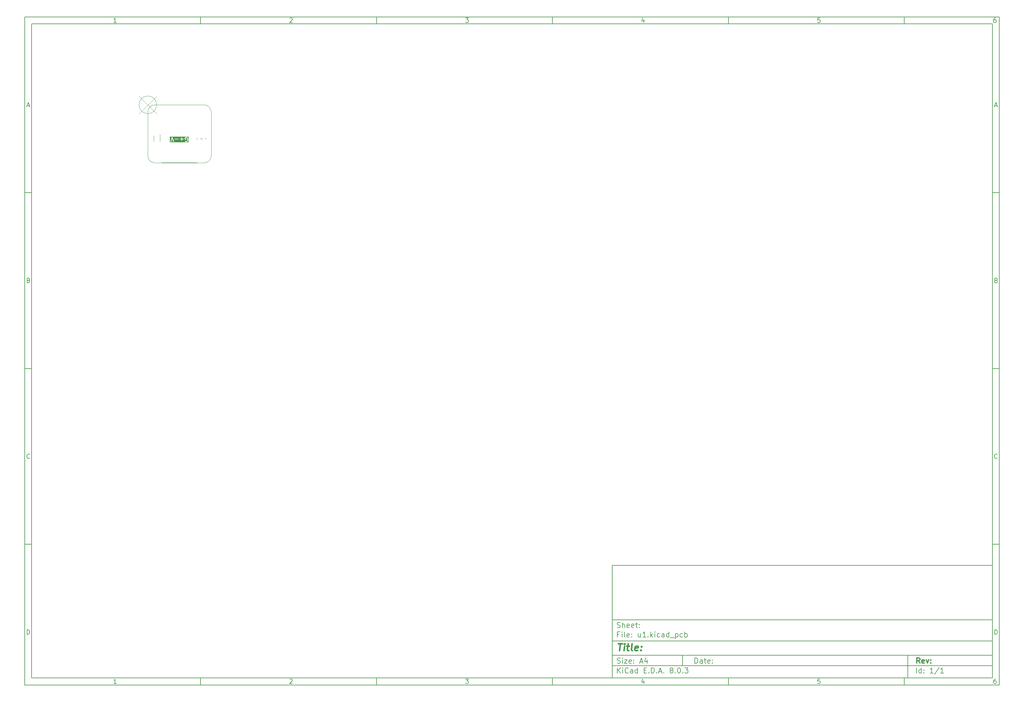
<source format=gto>
%TF.GenerationSoftware,KiCad,Pcbnew,8.0.3*%
%TF.CreationDate,2024-08-04T17:04:02+08:00*%
%TF.ProjectId,u1,75312e6b-6963-4616-945f-706362585858,rev?*%
%TF.SameCoordinates,PX2aea540PY2160ec0*%
%TF.FileFunction,Legend,Top*%
%TF.FilePolarity,Positive*%
%FSLAX46Y46*%
G04 Gerber Fmt 4.6, Leading zero omitted, Abs format (unit mm)*
G04 Created by KiCad (PCBNEW 8.0.3) date 2024-08-04 17:04:02*
%MOMM*%
%LPD*%
G01*
G04 APERTURE LIST*
%ADD10C,0.100000*%
%ADD11C,0.150000*%
%ADD12C,0.300000*%
%ADD13C,0.400000*%
%ADD14C,0.200000*%
%ADD15C,0.120000*%
%TA.AperFunction,Profile*%
%ADD16C,0.050000*%
%TD*%
G04 APERTURE END LIST*
D10*
D11*
X132002200Y-131007200D02*
X240002200Y-131007200D01*
X240002200Y-163007200D01*
X132002200Y-163007200D01*
X132002200Y-131007200D01*
D10*
D11*
X-35000000Y25000000D02*
X242002200Y25000000D01*
X242002200Y-165007200D01*
X-35000000Y-165007200D01*
X-35000000Y25000000D01*
D10*
D11*
X-33000000Y23000000D02*
X240002200Y23000000D01*
X240002200Y-163007200D01*
X-33000000Y-163007200D01*
X-33000000Y23000000D01*
D10*
D11*
X15000000Y23000000D02*
X15000000Y25000000D01*
D10*
D11*
X65000000Y23000000D02*
X65000000Y25000000D01*
D10*
D11*
X115000000Y23000000D02*
X115000000Y25000000D01*
D10*
D11*
X165000000Y23000000D02*
X165000000Y25000000D01*
D10*
D11*
X215000000Y23000000D02*
X215000000Y25000000D01*
D10*
D11*
X-8910840Y23406396D02*
X-9653697Y23406396D01*
X-9282269Y23406396D02*
X-9282269Y24706396D01*
X-9282269Y24706396D02*
X-9406078Y24520681D01*
X-9406078Y24520681D02*
X-9529888Y24396872D01*
X-9529888Y24396872D02*
X-9653697Y24334967D01*
D10*
D11*
X40346303Y24582586D02*
X40408207Y24644491D01*
X40408207Y24644491D02*
X40532017Y24706396D01*
X40532017Y24706396D02*
X40841541Y24706396D01*
X40841541Y24706396D02*
X40965350Y24644491D01*
X40965350Y24644491D02*
X41027255Y24582586D01*
X41027255Y24582586D02*
X41089160Y24458777D01*
X41089160Y24458777D02*
X41089160Y24334967D01*
X41089160Y24334967D02*
X41027255Y24149253D01*
X41027255Y24149253D02*
X40284398Y23406396D01*
X40284398Y23406396D02*
X41089160Y23406396D01*
D10*
D11*
X90284398Y24706396D02*
X91089160Y24706396D01*
X91089160Y24706396D02*
X90655826Y24211158D01*
X90655826Y24211158D02*
X90841541Y24211158D01*
X90841541Y24211158D02*
X90965350Y24149253D01*
X90965350Y24149253D02*
X91027255Y24087348D01*
X91027255Y24087348D02*
X91089160Y23963539D01*
X91089160Y23963539D02*
X91089160Y23654015D01*
X91089160Y23654015D02*
X91027255Y23530205D01*
X91027255Y23530205D02*
X90965350Y23468300D01*
X90965350Y23468300D02*
X90841541Y23406396D01*
X90841541Y23406396D02*
X90470112Y23406396D01*
X90470112Y23406396D02*
X90346303Y23468300D01*
X90346303Y23468300D02*
X90284398Y23530205D01*
D10*
D11*
X140965350Y24273062D02*
X140965350Y23406396D01*
X140655826Y24768300D02*
X140346303Y23839729D01*
X140346303Y23839729D02*
X141151064Y23839729D01*
D10*
D11*
X191027255Y24706396D02*
X190408207Y24706396D01*
X190408207Y24706396D02*
X190346303Y24087348D01*
X190346303Y24087348D02*
X190408207Y24149253D01*
X190408207Y24149253D02*
X190532017Y24211158D01*
X190532017Y24211158D02*
X190841541Y24211158D01*
X190841541Y24211158D02*
X190965350Y24149253D01*
X190965350Y24149253D02*
X191027255Y24087348D01*
X191027255Y24087348D02*
X191089160Y23963539D01*
X191089160Y23963539D02*
X191089160Y23654015D01*
X191089160Y23654015D02*
X191027255Y23530205D01*
X191027255Y23530205D02*
X190965350Y23468300D01*
X190965350Y23468300D02*
X190841541Y23406396D01*
X190841541Y23406396D02*
X190532017Y23406396D01*
X190532017Y23406396D02*
X190408207Y23468300D01*
X190408207Y23468300D02*
X190346303Y23530205D01*
D10*
D11*
X240965350Y24706396D02*
X240717731Y24706396D01*
X240717731Y24706396D02*
X240593922Y24644491D01*
X240593922Y24644491D02*
X240532017Y24582586D01*
X240532017Y24582586D02*
X240408207Y24396872D01*
X240408207Y24396872D02*
X240346303Y24149253D01*
X240346303Y24149253D02*
X240346303Y23654015D01*
X240346303Y23654015D02*
X240408207Y23530205D01*
X240408207Y23530205D02*
X240470112Y23468300D01*
X240470112Y23468300D02*
X240593922Y23406396D01*
X240593922Y23406396D02*
X240841541Y23406396D01*
X240841541Y23406396D02*
X240965350Y23468300D01*
X240965350Y23468300D02*
X241027255Y23530205D01*
X241027255Y23530205D02*
X241089160Y23654015D01*
X241089160Y23654015D02*
X241089160Y23963539D01*
X241089160Y23963539D02*
X241027255Y24087348D01*
X241027255Y24087348D02*
X240965350Y24149253D01*
X240965350Y24149253D02*
X240841541Y24211158D01*
X240841541Y24211158D02*
X240593922Y24211158D01*
X240593922Y24211158D02*
X240470112Y24149253D01*
X240470112Y24149253D02*
X240408207Y24087348D01*
X240408207Y24087348D02*
X240346303Y23963539D01*
D10*
D11*
X15000000Y-163007200D02*
X15000000Y-165007200D01*
D10*
D11*
X65000000Y-163007200D02*
X65000000Y-165007200D01*
D10*
D11*
X115000000Y-163007200D02*
X115000000Y-165007200D01*
D10*
D11*
X165000000Y-163007200D02*
X165000000Y-165007200D01*
D10*
D11*
X215000000Y-163007200D02*
X215000000Y-165007200D01*
D10*
D11*
X-8910840Y-164600804D02*
X-9653697Y-164600804D01*
X-9282269Y-164600804D02*
X-9282269Y-163300804D01*
X-9282269Y-163300804D02*
X-9406078Y-163486519D01*
X-9406078Y-163486519D02*
X-9529888Y-163610328D01*
X-9529888Y-163610328D02*
X-9653697Y-163672233D01*
D10*
D11*
X40346303Y-163424614D02*
X40408207Y-163362709D01*
X40408207Y-163362709D02*
X40532017Y-163300804D01*
X40532017Y-163300804D02*
X40841541Y-163300804D01*
X40841541Y-163300804D02*
X40965350Y-163362709D01*
X40965350Y-163362709D02*
X41027255Y-163424614D01*
X41027255Y-163424614D02*
X41089160Y-163548423D01*
X41089160Y-163548423D02*
X41089160Y-163672233D01*
X41089160Y-163672233D02*
X41027255Y-163857947D01*
X41027255Y-163857947D02*
X40284398Y-164600804D01*
X40284398Y-164600804D02*
X41089160Y-164600804D01*
D10*
D11*
X90284398Y-163300804D02*
X91089160Y-163300804D01*
X91089160Y-163300804D02*
X90655826Y-163796042D01*
X90655826Y-163796042D02*
X90841541Y-163796042D01*
X90841541Y-163796042D02*
X90965350Y-163857947D01*
X90965350Y-163857947D02*
X91027255Y-163919852D01*
X91027255Y-163919852D02*
X91089160Y-164043661D01*
X91089160Y-164043661D02*
X91089160Y-164353185D01*
X91089160Y-164353185D02*
X91027255Y-164476995D01*
X91027255Y-164476995D02*
X90965350Y-164538900D01*
X90965350Y-164538900D02*
X90841541Y-164600804D01*
X90841541Y-164600804D02*
X90470112Y-164600804D01*
X90470112Y-164600804D02*
X90346303Y-164538900D01*
X90346303Y-164538900D02*
X90284398Y-164476995D01*
D10*
D11*
X140965350Y-163734138D02*
X140965350Y-164600804D01*
X140655826Y-163238900D02*
X140346303Y-164167471D01*
X140346303Y-164167471D02*
X141151064Y-164167471D01*
D10*
D11*
X191027255Y-163300804D02*
X190408207Y-163300804D01*
X190408207Y-163300804D02*
X190346303Y-163919852D01*
X190346303Y-163919852D02*
X190408207Y-163857947D01*
X190408207Y-163857947D02*
X190532017Y-163796042D01*
X190532017Y-163796042D02*
X190841541Y-163796042D01*
X190841541Y-163796042D02*
X190965350Y-163857947D01*
X190965350Y-163857947D02*
X191027255Y-163919852D01*
X191027255Y-163919852D02*
X191089160Y-164043661D01*
X191089160Y-164043661D02*
X191089160Y-164353185D01*
X191089160Y-164353185D02*
X191027255Y-164476995D01*
X191027255Y-164476995D02*
X190965350Y-164538900D01*
X190965350Y-164538900D02*
X190841541Y-164600804D01*
X190841541Y-164600804D02*
X190532017Y-164600804D01*
X190532017Y-164600804D02*
X190408207Y-164538900D01*
X190408207Y-164538900D02*
X190346303Y-164476995D01*
D10*
D11*
X240965350Y-163300804D02*
X240717731Y-163300804D01*
X240717731Y-163300804D02*
X240593922Y-163362709D01*
X240593922Y-163362709D02*
X240532017Y-163424614D01*
X240532017Y-163424614D02*
X240408207Y-163610328D01*
X240408207Y-163610328D02*
X240346303Y-163857947D01*
X240346303Y-163857947D02*
X240346303Y-164353185D01*
X240346303Y-164353185D02*
X240408207Y-164476995D01*
X240408207Y-164476995D02*
X240470112Y-164538900D01*
X240470112Y-164538900D02*
X240593922Y-164600804D01*
X240593922Y-164600804D02*
X240841541Y-164600804D01*
X240841541Y-164600804D02*
X240965350Y-164538900D01*
X240965350Y-164538900D02*
X241027255Y-164476995D01*
X241027255Y-164476995D02*
X241089160Y-164353185D01*
X241089160Y-164353185D02*
X241089160Y-164043661D01*
X241089160Y-164043661D02*
X241027255Y-163919852D01*
X241027255Y-163919852D02*
X240965350Y-163857947D01*
X240965350Y-163857947D02*
X240841541Y-163796042D01*
X240841541Y-163796042D02*
X240593922Y-163796042D01*
X240593922Y-163796042D02*
X240470112Y-163857947D01*
X240470112Y-163857947D02*
X240408207Y-163919852D01*
X240408207Y-163919852D02*
X240346303Y-164043661D01*
D10*
D11*
X-35000000Y-25000000D02*
X-33000000Y-25000000D01*
D10*
D11*
X-35000000Y-75000000D02*
X-33000000Y-75000000D01*
D10*
D11*
X-35000000Y-125000000D02*
X-33000000Y-125000000D01*
D10*
D11*
X-34309524Y-222176D02*
X-33690477Y-222176D01*
X-34433334Y-593604D02*
X-34000001Y706396D01*
X-34000001Y706396D02*
X-33566667Y-593604D01*
D10*
D11*
X-33907143Y-49912652D02*
X-33721429Y-49974557D01*
X-33721429Y-49974557D02*
X-33659524Y-50036461D01*
X-33659524Y-50036461D02*
X-33597620Y-50160271D01*
X-33597620Y-50160271D02*
X-33597620Y-50345985D01*
X-33597620Y-50345985D02*
X-33659524Y-50469795D01*
X-33659524Y-50469795D02*
X-33721429Y-50531700D01*
X-33721429Y-50531700D02*
X-33845239Y-50593604D01*
X-33845239Y-50593604D02*
X-34340477Y-50593604D01*
X-34340477Y-50593604D02*
X-34340477Y-49293604D01*
X-34340477Y-49293604D02*
X-33907143Y-49293604D01*
X-33907143Y-49293604D02*
X-33783334Y-49355509D01*
X-33783334Y-49355509D02*
X-33721429Y-49417414D01*
X-33721429Y-49417414D02*
X-33659524Y-49541223D01*
X-33659524Y-49541223D02*
X-33659524Y-49665033D01*
X-33659524Y-49665033D02*
X-33721429Y-49788842D01*
X-33721429Y-49788842D02*
X-33783334Y-49850747D01*
X-33783334Y-49850747D02*
X-33907143Y-49912652D01*
X-33907143Y-49912652D02*
X-34340477Y-49912652D01*
D10*
D11*
X-33597620Y-100469795D02*
X-33659524Y-100531700D01*
X-33659524Y-100531700D02*
X-33845239Y-100593604D01*
X-33845239Y-100593604D02*
X-33969048Y-100593604D01*
X-33969048Y-100593604D02*
X-34154762Y-100531700D01*
X-34154762Y-100531700D02*
X-34278572Y-100407890D01*
X-34278572Y-100407890D02*
X-34340477Y-100284080D01*
X-34340477Y-100284080D02*
X-34402381Y-100036461D01*
X-34402381Y-100036461D02*
X-34402381Y-99850747D01*
X-34402381Y-99850747D02*
X-34340477Y-99603128D01*
X-34340477Y-99603128D02*
X-34278572Y-99479319D01*
X-34278572Y-99479319D02*
X-34154762Y-99355509D01*
X-34154762Y-99355509D02*
X-33969048Y-99293604D01*
X-33969048Y-99293604D02*
X-33845239Y-99293604D01*
X-33845239Y-99293604D02*
X-33659524Y-99355509D01*
X-33659524Y-99355509D02*
X-33597620Y-99417414D01*
D10*
D11*
X-34340477Y-150593604D02*
X-34340477Y-149293604D01*
X-34340477Y-149293604D02*
X-34030953Y-149293604D01*
X-34030953Y-149293604D02*
X-33845239Y-149355509D01*
X-33845239Y-149355509D02*
X-33721429Y-149479319D01*
X-33721429Y-149479319D02*
X-33659524Y-149603128D01*
X-33659524Y-149603128D02*
X-33597620Y-149850747D01*
X-33597620Y-149850747D02*
X-33597620Y-150036461D01*
X-33597620Y-150036461D02*
X-33659524Y-150284080D01*
X-33659524Y-150284080D02*
X-33721429Y-150407890D01*
X-33721429Y-150407890D02*
X-33845239Y-150531700D01*
X-33845239Y-150531700D02*
X-34030953Y-150593604D01*
X-34030953Y-150593604D02*
X-34340477Y-150593604D01*
D10*
D11*
X242002200Y-25000000D02*
X240002200Y-25000000D01*
D10*
D11*
X242002200Y-75000000D02*
X240002200Y-75000000D01*
D10*
D11*
X242002200Y-125000000D02*
X240002200Y-125000000D01*
D10*
D11*
X240692676Y-222176D02*
X241311723Y-222176D01*
X240568866Y-593604D02*
X241002199Y706396D01*
X241002199Y706396D02*
X241435533Y-593604D01*
D10*
D11*
X241095057Y-49912652D02*
X241280771Y-49974557D01*
X241280771Y-49974557D02*
X241342676Y-50036461D01*
X241342676Y-50036461D02*
X241404580Y-50160271D01*
X241404580Y-50160271D02*
X241404580Y-50345985D01*
X241404580Y-50345985D02*
X241342676Y-50469795D01*
X241342676Y-50469795D02*
X241280771Y-50531700D01*
X241280771Y-50531700D02*
X241156961Y-50593604D01*
X241156961Y-50593604D02*
X240661723Y-50593604D01*
X240661723Y-50593604D02*
X240661723Y-49293604D01*
X240661723Y-49293604D02*
X241095057Y-49293604D01*
X241095057Y-49293604D02*
X241218866Y-49355509D01*
X241218866Y-49355509D02*
X241280771Y-49417414D01*
X241280771Y-49417414D02*
X241342676Y-49541223D01*
X241342676Y-49541223D02*
X241342676Y-49665033D01*
X241342676Y-49665033D02*
X241280771Y-49788842D01*
X241280771Y-49788842D02*
X241218866Y-49850747D01*
X241218866Y-49850747D02*
X241095057Y-49912652D01*
X241095057Y-49912652D02*
X240661723Y-49912652D01*
D10*
D11*
X241404580Y-100469795D02*
X241342676Y-100531700D01*
X241342676Y-100531700D02*
X241156961Y-100593604D01*
X241156961Y-100593604D02*
X241033152Y-100593604D01*
X241033152Y-100593604D02*
X240847438Y-100531700D01*
X240847438Y-100531700D02*
X240723628Y-100407890D01*
X240723628Y-100407890D02*
X240661723Y-100284080D01*
X240661723Y-100284080D02*
X240599819Y-100036461D01*
X240599819Y-100036461D02*
X240599819Y-99850747D01*
X240599819Y-99850747D02*
X240661723Y-99603128D01*
X240661723Y-99603128D02*
X240723628Y-99479319D01*
X240723628Y-99479319D02*
X240847438Y-99355509D01*
X240847438Y-99355509D02*
X241033152Y-99293604D01*
X241033152Y-99293604D02*
X241156961Y-99293604D01*
X241156961Y-99293604D02*
X241342676Y-99355509D01*
X241342676Y-99355509D02*
X241404580Y-99417414D01*
D10*
D11*
X240661723Y-150593604D02*
X240661723Y-149293604D01*
X240661723Y-149293604D02*
X240971247Y-149293604D01*
X240971247Y-149293604D02*
X241156961Y-149355509D01*
X241156961Y-149355509D02*
X241280771Y-149479319D01*
X241280771Y-149479319D02*
X241342676Y-149603128D01*
X241342676Y-149603128D02*
X241404580Y-149850747D01*
X241404580Y-149850747D02*
X241404580Y-150036461D01*
X241404580Y-150036461D02*
X241342676Y-150284080D01*
X241342676Y-150284080D02*
X241280771Y-150407890D01*
X241280771Y-150407890D02*
X241156961Y-150531700D01*
X241156961Y-150531700D02*
X240971247Y-150593604D01*
X240971247Y-150593604D02*
X240661723Y-150593604D01*
D10*
D11*
X155458026Y-158793328D02*
X155458026Y-157293328D01*
X155458026Y-157293328D02*
X155815169Y-157293328D01*
X155815169Y-157293328D02*
X156029455Y-157364757D01*
X156029455Y-157364757D02*
X156172312Y-157507614D01*
X156172312Y-157507614D02*
X156243741Y-157650471D01*
X156243741Y-157650471D02*
X156315169Y-157936185D01*
X156315169Y-157936185D02*
X156315169Y-158150471D01*
X156315169Y-158150471D02*
X156243741Y-158436185D01*
X156243741Y-158436185D02*
X156172312Y-158579042D01*
X156172312Y-158579042D02*
X156029455Y-158721900D01*
X156029455Y-158721900D02*
X155815169Y-158793328D01*
X155815169Y-158793328D02*
X155458026Y-158793328D01*
X157600884Y-158793328D02*
X157600884Y-158007614D01*
X157600884Y-158007614D02*
X157529455Y-157864757D01*
X157529455Y-157864757D02*
X157386598Y-157793328D01*
X157386598Y-157793328D02*
X157100884Y-157793328D01*
X157100884Y-157793328D02*
X156958026Y-157864757D01*
X157600884Y-158721900D02*
X157458026Y-158793328D01*
X157458026Y-158793328D02*
X157100884Y-158793328D01*
X157100884Y-158793328D02*
X156958026Y-158721900D01*
X156958026Y-158721900D02*
X156886598Y-158579042D01*
X156886598Y-158579042D02*
X156886598Y-158436185D01*
X156886598Y-158436185D02*
X156958026Y-158293328D01*
X156958026Y-158293328D02*
X157100884Y-158221900D01*
X157100884Y-158221900D02*
X157458026Y-158221900D01*
X157458026Y-158221900D02*
X157600884Y-158150471D01*
X158100884Y-157793328D02*
X158672312Y-157793328D01*
X158315169Y-157293328D02*
X158315169Y-158579042D01*
X158315169Y-158579042D02*
X158386598Y-158721900D01*
X158386598Y-158721900D02*
X158529455Y-158793328D01*
X158529455Y-158793328D02*
X158672312Y-158793328D01*
X159743741Y-158721900D02*
X159600884Y-158793328D01*
X159600884Y-158793328D02*
X159315170Y-158793328D01*
X159315170Y-158793328D02*
X159172312Y-158721900D01*
X159172312Y-158721900D02*
X159100884Y-158579042D01*
X159100884Y-158579042D02*
X159100884Y-158007614D01*
X159100884Y-158007614D02*
X159172312Y-157864757D01*
X159172312Y-157864757D02*
X159315170Y-157793328D01*
X159315170Y-157793328D02*
X159600884Y-157793328D01*
X159600884Y-157793328D02*
X159743741Y-157864757D01*
X159743741Y-157864757D02*
X159815170Y-158007614D01*
X159815170Y-158007614D02*
X159815170Y-158150471D01*
X159815170Y-158150471D02*
X159100884Y-158293328D01*
X160458026Y-158650471D02*
X160529455Y-158721900D01*
X160529455Y-158721900D02*
X160458026Y-158793328D01*
X160458026Y-158793328D02*
X160386598Y-158721900D01*
X160386598Y-158721900D02*
X160458026Y-158650471D01*
X160458026Y-158650471D02*
X160458026Y-158793328D01*
X160458026Y-157864757D02*
X160529455Y-157936185D01*
X160529455Y-157936185D02*
X160458026Y-158007614D01*
X160458026Y-158007614D02*
X160386598Y-157936185D01*
X160386598Y-157936185D02*
X160458026Y-157864757D01*
X160458026Y-157864757D02*
X160458026Y-158007614D01*
D10*
D11*
X132002200Y-159507200D02*
X240002200Y-159507200D01*
D10*
D11*
X133458026Y-161593328D02*
X133458026Y-160093328D01*
X134315169Y-161593328D02*
X133672312Y-160736185D01*
X134315169Y-160093328D02*
X133458026Y-160950471D01*
X134958026Y-161593328D02*
X134958026Y-160593328D01*
X134958026Y-160093328D02*
X134886598Y-160164757D01*
X134886598Y-160164757D02*
X134958026Y-160236185D01*
X134958026Y-160236185D02*
X135029455Y-160164757D01*
X135029455Y-160164757D02*
X134958026Y-160093328D01*
X134958026Y-160093328D02*
X134958026Y-160236185D01*
X136529455Y-161450471D02*
X136458027Y-161521900D01*
X136458027Y-161521900D02*
X136243741Y-161593328D01*
X136243741Y-161593328D02*
X136100884Y-161593328D01*
X136100884Y-161593328D02*
X135886598Y-161521900D01*
X135886598Y-161521900D02*
X135743741Y-161379042D01*
X135743741Y-161379042D02*
X135672312Y-161236185D01*
X135672312Y-161236185D02*
X135600884Y-160950471D01*
X135600884Y-160950471D02*
X135600884Y-160736185D01*
X135600884Y-160736185D02*
X135672312Y-160450471D01*
X135672312Y-160450471D02*
X135743741Y-160307614D01*
X135743741Y-160307614D02*
X135886598Y-160164757D01*
X135886598Y-160164757D02*
X136100884Y-160093328D01*
X136100884Y-160093328D02*
X136243741Y-160093328D01*
X136243741Y-160093328D02*
X136458027Y-160164757D01*
X136458027Y-160164757D02*
X136529455Y-160236185D01*
X137815170Y-161593328D02*
X137815170Y-160807614D01*
X137815170Y-160807614D02*
X137743741Y-160664757D01*
X137743741Y-160664757D02*
X137600884Y-160593328D01*
X137600884Y-160593328D02*
X137315170Y-160593328D01*
X137315170Y-160593328D02*
X137172312Y-160664757D01*
X137815170Y-161521900D02*
X137672312Y-161593328D01*
X137672312Y-161593328D02*
X137315170Y-161593328D01*
X137315170Y-161593328D02*
X137172312Y-161521900D01*
X137172312Y-161521900D02*
X137100884Y-161379042D01*
X137100884Y-161379042D02*
X137100884Y-161236185D01*
X137100884Y-161236185D02*
X137172312Y-161093328D01*
X137172312Y-161093328D02*
X137315170Y-161021900D01*
X137315170Y-161021900D02*
X137672312Y-161021900D01*
X137672312Y-161021900D02*
X137815170Y-160950471D01*
X139172313Y-161593328D02*
X139172313Y-160093328D01*
X139172313Y-161521900D02*
X139029455Y-161593328D01*
X139029455Y-161593328D02*
X138743741Y-161593328D01*
X138743741Y-161593328D02*
X138600884Y-161521900D01*
X138600884Y-161521900D02*
X138529455Y-161450471D01*
X138529455Y-161450471D02*
X138458027Y-161307614D01*
X138458027Y-161307614D02*
X138458027Y-160879042D01*
X138458027Y-160879042D02*
X138529455Y-160736185D01*
X138529455Y-160736185D02*
X138600884Y-160664757D01*
X138600884Y-160664757D02*
X138743741Y-160593328D01*
X138743741Y-160593328D02*
X139029455Y-160593328D01*
X139029455Y-160593328D02*
X139172313Y-160664757D01*
X141029455Y-160807614D02*
X141529455Y-160807614D01*
X141743741Y-161593328D02*
X141029455Y-161593328D01*
X141029455Y-161593328D02*
X141029455Y-160093328D01*
X141029455Y-160093328D02*
X141743741Y-160093328D01*
X142386598Y-161450471D02*
X142458027Y-161521900D01*
X142458027Y-161521900D02*
X142386598Y-161593328D01*
X142386598Y-161593328D02*
X142315170Y-161521900D01*
X142315170Y-161521900D02*
X142386598Y-161450471D01*
X142386598Y-161450471D02*
X142386598Y-161593328D01*
X143100884Y-161593328D02*
X143100884Y-160093328D01*
X143100884Y-160093328D02*
X143458027Y-160093328D01*
X143458027Y-160093328D02*
X143672313Y-160164757D01*
X143672313Y-160164757D02*
X143815170Y-160307614D01*
X143815170Y-160307614D02*
X143886599Y-160450471D01*
X143886599Y-160450471D02*
X143958027Y-160736185D01*
X143958027Y-160736185D02*
X143958027Y-160950471D01*
X143958027Y-160950471D02*
X143886599Y-161236185D01*
X143886599Y-161236185D02*
X143815170Y-161379042D01*
X143815170Y-161379042D02*
X143672313Y-161521900D01*
X143672313Y-161521900D02*
X143458027Y-161593328D01*
X143458027Y-161593328D02*
X143100884Y-161593328D01*
X144600884Y-161450471D02*
X144672313Y-161521900D01*
X144672313Y-161521900D02*
X144600884Y-161593328D01*
X144600884Y-161593328D02*
X144529456Y-161521900D01*
X144529456Y-161521900D02*
X144600884Y-161450471D01*
X144600884Y-161450471D02*
X144600884Y-161593328D01*
X145243742Y-161164757D02*
X145958028Y-161164757D01*
X145100885Y-161593328D02*
X145600885Y-160093328D01*
X145600885Y-160093328D02*
X146100885Y-161593328D01*
X146600884Y-161450471D02*
X146672313Y-161521900D01*
X146672313Y-161521900D02*
X146600884Y-161593328D01*
X146600884Y-161593328D02*
X146529456Y-161521900D01*
X146529456Y-161521900D02*
X146600884Y-161450471D01*
X146600884Y-161450471D02*
X146600884Y-161593328D01*
X148672313Y-160736185D02*
X148529456Y-160664757D01*
X148529456Y-160664757D02*
X148458027Y-160593328D01*
X148458027Y-160593328D02*
X148386599Y-160450471D01*
X148386599Y-160450471D02*
X148386599Y-160379042D01*
X148386599Y-160379042D02*
X148458027Y-160236185D01*
X148458027Y-160236185D02*
X148529456Y-160164757D01*
X148529456Y-160164757D02*
X148672313Y-160093328D01*
X148672313Y-160093328D02*
X148958027Y-160093328D01*
X148958027Y-160093328D02*
X149100885Y-160164757D01*
X149100885Y-160164757D02*
X149172313Y-160236185D01*
X149172313Y-160236185D02*
X149243742Y-160379042D01*
X149243742Y-160379042D02*
X149243742Y-160450471D01*
X149243742Y-160450471D02*
X149172313Y-160593328D01*
X149172313Y-160593328D02*
X149100885Y-160664757D01*
X149100885Y-160664757D02*
X148958027Y-160736185D01*
X148958027Y-160736185D02*
X148672313Y-160736185D01*
X148672313Y-160736185D02*
X148529456Y-160807614D01*
X148529456Y-160807614D02*
X148458027Y-160879042D01*
X148458027Y-160879042D02*
X148386599Y-161021900D01*
X148386599Y-161021900D02*
X148386599Y-161307614D01*
X148386599Y-161307614D02*
X148458027Y-161450471D01*
X148458027Y-161450471D02*
X148529456Y-161521900D01*
X148529456Y-161521900D02*
X148672313Y-161593328D01*
X148672313Y-161593328D02*
X148958027Y-161593328D01*
X148958027Y-161593328D02*
X149100885Y-161521900D01*
X149100885Y-161521900D02*
X149172313Y-161450471D01*
X149172313Y-161450471D02*
X149243742Y-161307614D01*
X149243742Y-161307614D02*
X149243742Y-161021900D01*
X149243742Y-161021900D02*
X149172313Y-160879042D01*
X149172313Y-160879042D02*
X149100885Y-160807614D01*
X149100885Y-160807614D02*
X148958027Y-160736185D01*
X149886598Y-161450471D02*
X149958027Y-161521900D01*
X149958027Y-161521900D02*
X149886598Y-161593328D01*
X149886598Y-161593328D02*
X149815170Y-161521900D01*
X149815170Y-161521900D02*
X149886598Y-161450471D01*
X149886598Y-161450471D02*
X149886598Y-161593328D01*
X150886599Y-160093328D02*
X151029456Y-160093328D01*
X151029456Y-160093328D02*
X151172313Y-160164757D01*
X151172313Y-160164757D02*
X151243742Y-160236185D01*
X151243742Y-160236185D02*
X151315170Y-160379042D01*
X151315170Y-160379042D02*
X151386599Y-160664757D01*
X151386599Y-160664757D02*
X151386599Y-161021900D01*
X151386599Y-161021900D02*
X151315170Y-161307614D01*
X151315170Y-161307614D02*
X151243742Y-161450471D01*
X151243742Y-161450471D02*
X151172313Y-161521900D01*
X151172313Y-161521900D02*
X151029456Y-161593328D01*
X151029456Y-161593328D02*
X150886599Y-161593328D01*
X150886599Y-161593328D02*
X150743742Y-161521900D01*
X150743742Y-161521900D02*
X150672313Y-161450471D01*
X150672313Y-161450471D02*
X150600884Y-161307614D01*
X150600884Y-161307614D02*
X150529456Y-161021900D01*
X150529456Y-161021900D02*
X150529456Y-160664757D01*
X150529456Y-160664757D02*
X150600884Y-160379042D01*
X150600884Y-160379042D02*
X150672313Y-160236185D01*
X150672313Y-160236185D02*
X150743742Y-160164757D01*
X150743742Y-160164757D02*
X150886599Y-160093328D01*
X152029455Y-161450471D02*
X152100884Y-161521900D01*
X152100884Y-161521900D02*
X152029455Y-161593328D01*
X152029455Y-161593328D02*
X151958027Y-161521900D01*
X151958027Y-161521900D02*
X152029455Y-161450471D01*
X152029455Y-161450471D02*
X152029455Y-161593328D01*
X152600884Y-160093328D02*
X153529456Y-160093328D01*
X153529456Y-160093328D02*
X153029456Y-160664757D01*
X153029456Y-160664757D02*
X153243741Y-160664757D01*
X153243741Y-160664757D02*
X153386599Y-160736185D01*
X153386599Y-160736185D02*
X153458027Y-160807614D01*
X153458027Y-160807614D02*
X153529456Y-160950471D01*
X153529456Y-160950471D02*
X153529456Y-161307614D01*
X153529456Y-161307614D02*
X153458027Y-161450471D01*
X153458027Y-161450471D02*
X153386599Y-161521900D01*
X153386599Y-161521900D02*
X153243741Y-161593328D01*
X153243741Y-161593328D02*
X152815170Y-161593328D01*
X152815170Y-161593328D02*
X152672313Y-161521900D01*
X152672313Y-161521900D02*
X152600884Y-161450471D01*
D10*
D11*
X132002200Y-156507200D02*
X240002200Y-156507200D01*
D10*
D12*
X219413853Y-158785528D02*
X218913853Y-158071242D01*
X218556710Y-158785528D02*
X218556710Y-157285528D01*
X218556710Y-157285528D02*
X219128139Y-157285528D01*
X219128139Y-157285528D02*
X219270996Y-157356957D01*
X219270996Y-157356957D02*
X219342425Y-157428385D01*
X219342425Y-157428385D02*
X219413853Y-157571242D01*
X219413853Y-157571242D02*
X219413853Y-157785528D01*
X219413853Y-157785528D02*
X219342425Y-157928385D01*
X219342425Y-157928385D02*
X219270996Y-157999814D01*
X219270996Y-157999814D02*
X219128139Y-158071242D01*
X219128139Y-158071242D02*
X218556710Y-158071242D01*
X220628139Y-158714100D02*
X220485282Y-158785528D01*
X220485282Y-158785528D02*
X220199568Y-158785528D01*
X220199568Y-158785528D02*
X220056710Y-158714100D01*
X220056710Y-158714100D02*
X219985282Y-158571242D01*
X219985282Y-158571242D02*
X219985282Y-157999814D01*
X219985282Y-157999814D02*
X220056710Y-157856957D01*
X220056710Y-157856957D02*
X220199568Y-157785528D01*
X220199568Y-157785528D02*
X220485282Y-157785528D01*
X220485282Y-157785528D02*
X220628139Y-157856957D01*
X220628139Y-157856957D02*
X220699568Y-157999814D01*
X220699568Y-157999814D02*
X220699568Y-158142671D01*
X220699568Y-158142671D02*
X219985282Y-158285528D01*
X221199567Y-157785528D02*
X221556710Y-158785528D01*
X221556710Y-158785528D02*
X221913853Y-157785528D01*
X222485281Y-158642671D02*
X222556710Y-158714100D01*
X222556710Y-158714100D02*
X222485281Y-158785528D01*
X222485281Y-158785528D02*
X222413853Y-158714100D01*
X222413853Y-158714100D02*
X222485281Y-158642671D01*
X222485281Y-158642671D02*
X222485281Y-158785528D01*
X222485281Y-157856957D02*
X222556710Y-157928385D01*
X222556710Y-157928385D02*
X222485281Y-157999814D01*
X222485281Y-157999814D02*
X222413853Y-157928385D01*
X222413853Y-157928385D02*
X222485281Y-157856957D01*
X222485281Y-157856957D02*
X222485281Y-157999814D01*
D10*
D11*
X133386598Y-158721900D02*
X133600884Y-158793328D01*
X133600884Y-158793328D02*
X133958026Y-158793328D01*
X133958026Y-158793328D02*
X134100884Y-158721900D01*
X134100884Y-158721900D02*
X134172312Y-158650471D01*
X134172312Y-158650471D02*
X134243741Y-158507614D01*
X134243741Y-158507614D02*
X134243741Y-158364757D01*
X134243741Y-158364757D02*
X134172312Y-158221900D01*
X134172312Y-158221900D02*
X134100884Y-158150471D01*
X134100884Y-158150471D02*
X133958026Y-158079042D01*
X133958026Y-158079042D02*
X133672312Y-158007614D01*
X133672312Y-158007614D02*
X133529455Y-157936185D01*
X133529455Y-157936185D02*
X133458026Y-157864757D01*
X133458026Y-157864757D02*
X133386598Y-157721900D01*
X133386598Y-157721900D02*
X133386598Y-157579042D01*
X133386598Y-157579042D02*
X133458026Y-157436185D01*
X133458026Y-157436185D02*
X133529455Y-157364757D01*
X133529455Y-157364757D02*
X133672312Y-157293328D01*
X133672312Y-157293328D02*
X134029455Y-157293328D01*
X134029455Y-157293328D02*
X134243741Y-157364757D01*
X134886597Y-158793328D02*
X134886597Y-157793328D01*
X134886597Y-157293328D02*
X134815169Y-157364757D01*
X134815169Y-157364757D02*
X134886597Y-157436185D01*
X134886597Y-157436185D02*
X134958026Y-157364757D01*
X134958026Y-157364757D02*
X134886597Y-157293328D01*
X134886597Y-157293328D02*
X134886597Y-157436185D01*
X135458026Y-157793328D02*
X136243741Y-157793328D01*
X136243741Y-157793328D02*
X135458026Y-158793328D01*
X135458026Y-158793328D02*
X136243741Y-158793328D01*
X137386598Y-158721900D02*
X137243741Y-158793328D01*
X137243741Y-158793328D02*
X136958027Y-158793328D01*
X136958027Y-158793328D02*
X136815169Y-158721900D01*
X136815169Y-158721900D02*
X136743741Y-158579042D01*
X136743741Y-158579042D02*
X136743741Y-158007614D01*
X136743741Y-158007614D02*
X136815169Y-157864757D01*
X136815169Y-157864757D02*
X136958027Y-157793328D01*
X136958027Y-157793328D02*
X137243741Y-157793328D01*
X137243741Y-157793328D02*
X137386598Y-157864757D01*
X137386598Y-157864757D02*
X137458027Y-158007614D01*
X137458027Y-158007614D02*
X137458027Y-158150471D01*
X137458027Y-158150471D02*
X136743741Y-158293328D01*
X138100883Y-158650471D02*
X138172312Y-158721900D01*
X138172312Y-158721900D02*
X138100883Y-158793328D01*
X138100883Y-158793328D02*
X138029455Y-158721900D01*
X138029455Y-158721900D02*
X138100883Y-158650471D01*
X138100883Y-158650471D02*
X138100883Y-158793328D01*
X138100883Y-157864757D02*
X138172312Y-157936185D01*
X138172312Y-157936185D02*
X138100883Y-158007614D01*
X138100883Y-158007614D02*
X138029455Y-157936185D01*
X138029455Y-157936185D02*
X138100883Y-157864757D01*
X138100883Y-157864757D02*
X138100883Y-158007614D01*
X139886598Y-158364757D02*
X140600884Y-158364757D01*
X139743741Y-158793328D02*
X140243741Y-157293328D01*
X140243741Y-157293328D02*
X140743741Y-158793328D01*
X141886598Y-157793328D02*
X141886598Y-158793328D01*
X141529455Y-157221900D02*
X141172312Y-158293328D01*
X141172312Y-158293328D02*
X142100883Y-158293328D01*
D10*
D11*
X218458026Y-161593328D02*
X218458026Y-160093328D01*
X219815170Y-161593328D02*
X219815170Y-160093328D01*
X219815170Y-161521900D02*
X219672312Y-161593328D01*
X219672312Y-161593328D02*
X219386598Y-161593328D01*
X219386598Y-161593328D02*
X219243741Y-161521900D01*
X219243741Y-161521900D02*
X219172312Y-161450471D01*
X219172312Y-161450471D02*
X219100884Y-161307614D01*
X219100884Y-161307614D02*
X219100884Y-160879042D01*
X219100884Y-160879042D02*
X219172312Y-160736185D01*
X219172312Y-160736185D02*
X219243741Y-160664757D01*
X219243741Y-160664757D02*
X219386598Y-160593328D01*
X219386598Y-160593328D02*
X219672312Y-160593328D01*
X219672312Y-160593328D02*
X219815170Y-160664757D01*
X220529455Y-161450471D02*
X220600884Y-161521900D01*
X220600884Y-161521900D02*
X220529455Y-161593328D01*
X220529455Y-161593328D02*
X220458027Y-161521900D01*
X220458027Y-161521900D02*
X220529455Y-161450471D01*
X220529455Y-161450471D02*
X220529455Y-161593328D01*
X220529455Y-160664757D02*
X220600884Y-160736185D01*
X220600884Y-160736185D02*
X220529455Y-160807614D01*
X220529455Y-160807614D02*
X220458027Y-160736185D01*
X220458027Y-160736185D02*
X220529455Y-160664757D01*
X220529455Y-160664757D02*
X220529455Y-160807614D01*
X223172313Y-161593328D02*
X222315170Y-161593328D01*
X222743741Y-161593328D02*
X222743741Y-160093328D01*
X222743741Y-160093328D02*
X222600884Y-160307614D01*
X222600884Y-160307614D02*
X222458027Y-160450471D01*
X222458027Y-160450471D02*
X222315170Y-160521900D01*
X224886598Y-160021900D02*
X223600884Y-161950471D01*
X226172313Y-161593328D02*
X225315170Y-161593328D01*
X225743741Y-161593328D02*
X225743741Y-160093328D01*
X225743741Y-160093328D02*
X225600884Y-160307614D01*
X225600884Y-160307614D02*
X225458027Y-160450471D01*
X225458027Y-160450471D02*
X225315170Y-160521900D01*
D10*
D11*
X132002200Y-152507200D02*
X240002200Y-152507200D01*
D10*
D13*
X133693928Y-153211638D02*
X134836785Y-153211638D01*
X134015357Y-155211638D02*
X134265357Y-153211638D01*
X135253452Y-155211638D02*
X135420119Y-153878304D01*
X135503452Y-153211638D02*
X135396309Y-153306876D01*
X135396309Y-153306876D02*
X135479643Y-153402114D01*
X135479643Y-153402114D02*
X135586786Y-153306876D01*
X135586786Y-153306876D02*
X135503452Y-153211638D01*
X135503452Y-153211638D02*
X135479643Y-153402114D01*
X136086786Y-153878304D02*
X136848690Y-153878304D01*
X136455833Y-153211638D02*
X136241548Y-154925923D01*
X136241548Y-154925923D02*
X136312976Y-155116400D01*
X136312976Y-155116400D02*
X136491548Y-155211638D01*
X136491548Y-155211638D02*
X136682024Y-155211638D01*
X137634405Y-155211638D02*
X137455833Y-155116400D01*
X137455833Y-155116400D02*
X137384405Y-154925923D01*
X137384405Y-154925923D02*
X137598690Y-153211638D01*
X139170119Y-155116400D02*
X138967738Y-155211638D01*
X138967738Y-155211638D02*
X138586785Y-155211638D01*
X138586785Y-155211638D02*
X138408214Y-155116400D01*
X138408214Y-155116400D02*
X138336785Y-154925923D01*
X138336785Y-154925923D02*
X138432024Y-154164019D01*
X138432024Y-154164019D02*
X138551071Y-153973542D01*
X138551071Y-153973542D02*
X138753452Y-153878304D01*
X138753452Y-153878304D02*
X139134404Y-153878304D01*
X139134404Y-153878304D02*
X139312976Y-153973542D01*
X139312976Y-153973542D02*
X139384404Y-154164019D01*
X139384404Y-154164019D02*
X139360595Y-154354495D01*
X139360595Y-154354495D02*
X138384404Y-154544971D01*
X140134405Y-155021161D02*
X140217738Y-155116400D01*
X140217738Y-155116400D02*
X140110595Y-155211638D01*
X140110595Y-155211638D02*
X140027262Y-155116400D01*
X140027262Y-155116400D02*
X140134405Y-155021161D01*
X140134405Y-155021161D02*
X140110595Y-155211638D01*
X140265357Y-153973542D02*
X140348690Y-154068780D01*
X140348690Y-154068780D02*
X140241548Y-154164019D01*
X140241548Y-154164019D02*
X140158214Y-154068780D01*
X140158214Y-154068780D02*
X140265357Y-153973542D01*
X140265357Y-153973542D02*
X140241548Y-154164019D01*
D10*
D11*
X133958026Y-150607614D02*
X133458026Y-150607614D01*
X133458026Y-151393328D02*
X133458026Y-149893328D01*
X133458026Y-149893328D02*
X134172312Y-149893328D01*
X134743740Y-151393328D02*
X134743740Y-150393328D01*
X134743740Y-149893328D02*
X134672312Y-149964757D01*
X134672312Y-149964757D02*
X134743740Y-150036185D01*
X134743740Y-150036185D02*
X134815169Y-149964757D01*
X134815169Y-149964757D02*
X134743740Y-149893328D01*
X134743740Y-149893328D02*
X134743740Y-150036185D01*
X135672312Y-151393328D02*
X135529455Y-151321900D01*
X135529455Y-151321900D02*
X135458026Y-151179042D01*
X135458026Y-151179042D02*
X135458026Y-149893328D01*
X136815169Y-151321900D02*
X136672312Y-151393328D01*
X136672312Y-151393328D02*
X136386598Y-151393328D01*
X136386598Y-151393328D02*
X136243740Y-151321900D01*
X136243740Y-151321900D02*
X136172312Y-151179042D01*
X136172312Y-151179042D02*
X136172312Y-150607614D01*
X136172312Y-150607614D02*
X136243740Y-150464757D01*
X136243740Y-150464757D02*
X136386598Y-150393328D01*
X136386598Y-150393328D02*
X136672312Y-150393328D01*
X136672312Y-150393328D02*
X136815169Y-150464757D01*
X136815169Y-150464757D02*
X136886598Y-150607614D01*
X136886598Y-150607614D02*
X136886598Y-150750471D01*
X136886598Y-150750471D02*
X136172312Y-150893328D01*
X137529454Y-151250471D02*
X137600883Y-151321900D01*
X137600883Y-151321900D02*
X137529454Y-151393328D01*
X137529454Y-151393328D02*
X137458026Y-151321900D01*
X137458026Y-151321900D02*
X137529454Y-151250471D01*
X137529454Y-151250471D02*
X137529454Y-151393328D01*
X137529454Y-150464757D02*
X137600883Y-150536185D01*
X137600883Y-150536185D02*
X137529454Y-150607614D01*
X137529454Y-150607614D02*
X137458026Y-150536185D01*
X137458026Y-150536185D02*
X137529454Y-150464757D01*
X137529454Y-150464757D02*
X137529454Y-150607614D01*
X140029455Y-150393328D02*
X140029455Y-151393328D01*
X139386597Y-150393328D02*
X139386597Y-151179042D01*
X139386597Y-151179042D02*
X139458026Y-151321900D01*
X139458026Y-151321900D02*
X139600883Y-151393328D01*
X139600883Y-151393328D02*
X139815169Y-151393328D01*
X139815169Y-151393328D02*
X139958026Y-151321900D01*
X139958026Y-151321900D02*
X140029455Y-151250471D01*
X141529455Y-151393328D02*
X140672312Y-151393328D01*
X141100883Y-151393328D02*
X141100883Y-149893328D01*
X141100883Y-149893328D02*
X140958026Y-150107614D01*
X140958026Y-150107614D02*
X140815169Y-150250471D01*
X140815169Y-150250471D02*
X140672312Y-150321900D01*
X142172311Y-151250471D02*
X142243740Y-151321900D01*
X142243740Y-151321900D02*
X142172311Y-151393328D01*
X142172311Y-151393328D02*
X142100883Y-151321900D01*
X142100883Y-151321900D02*
X142172311Y-151250471D01*
X142172311Y-151250471D02*
X142172311Y-151393328D01*
X142886597Y-151393328D02*
X142886597Y-149893328D01*
X143029455Y-150821900D02*
X143458026Y-151393328D01*
X143458026Y-150393328D02*
X142886597Y-150964757D01*
X144100883Y-151393328D02*
X144100883Y-150393328D01*
X144100883Y-149893328D02*
X144029455Y-149964757D01*
X144029455Y-149964757D02*
X144100883Y-150036185D01*
X144100883Y-150036185D02*
X144172312Y-149964757D01*
X144172312Y-149964757D02*
X144100883Y-149893328D01*
X144100883Y-149893328D02*
X144100883Y-150036185D01*
X145458027Y-151321900D02*
X145315169Y-151393328D01*
X145315169Y-151393328D02*
X145029455Y-151393328D01*
X145029455Y-151393328D02*
X144886598Y-151321900D01*
X144886598Y-151321900D02*
X144815169Y-151250471D01*
X144815169Y-151250471D02*
X144743741Y-151107614D01*
X144743741Y-151107614D02*
X144743741Y-150679042D01*
X144743741Y-150679042D02*
X144815169Y-150536185D01*
X144815169Y-150536185D02*
X144886598Y-150464757D01*
X144886598Y-150464757D02*
X145029455Y-150393328D01*
X145029455Y-150393328D02*
X145315169Y-150393328D01*
X145315169Y-150393328D02*
X145458027Y-150464757D01*
X146743741Y-151393328D02*
X146743741Y-150607614D01*
X146743741Y-150607614D02*
X146672312Y-150464757D01*
X146672312Y-150464757D02*
X146529455Y-150393328D01*
X146529455Y-150393328D02*
X146243741Y-150393328D01*
X146243741Y-150393328D02*
X146100883Y-150464757D01*
X146743741Y-151321900D02*
X146600883Y-151393328D01*
X146600883Y-151393328D02*
X146243741Y-151393328D01*
X146243741Y-151393328D02*
X146100883Y-151321900D01*
X146100883Y-151321900D02*
X146029455Y-151179042D01*
X146029455Y-151179042D02*
X146029455Y-151036185D01*
X146029455Y-151036185D02*
X146100883Y-150893328D01*
X146100883Y-150893328D02*
X146243741Y-150821900D01*
X146243741Y-150821900D02*
X146600883Y-150821900D01*
X146600883Y-150821900D02*
X146743741Y-150750471D01*
X148100884Y-151393328D02*
X148100884Y-149893328D01*
X148100884Y-151321900D02*
X147958026Y-151393328D01*
X147958026Y-151393328D02*
X147672312Y-151393328D01*
X147672312Y-151393328D02*
X147529455Y-151321900D01*
X147529455Y-151321900D02*
X147458026Y-151250471D01*
X147458026Y-151250471D02*
X147386598Y-151107614D01*
X147386598Y-151107614D02*
X147386598Y-150679042D01*
X147386598Y-150679042D02*
X147458026Y-150536185D01*
X147458026Y-150536185D02*
X147529455Y-150464757D01*
X147529455Y-150464757D02*
X147672312Y-150393328D01*
X147672312Y-150393328D02*
X147958026Y-150393328D01*
X147958026Y-150393328D02*
X148100884Y-150464757D01*
X148458027Y-151536185D02*
X149600884Y-151536185D01*
X149958026Y-150393328D02*
X149958026Y-151893328D01*
X149958026Y-150464757D02*
X150100884Y-150393328D01*
X150100884Y-150393328D02*
X150386598Y-150393328D01*
X150386598Y-150393328D02*
X150529455Y-150464757D01*
X150529455Y-150464757D02*
X150600884Y-150536185D01*
X150600884Y-150536185D02*
X150672312Y-150679042D01*
X150672312Y-150679042D02*
X150672312Y-151107614D01*
X150672312Y-151107614D02*
X150600884Y-151250471D01*
X150600884Y-151250471D02*
X150529455Y-151321900D01*
X150529455Y-151321900D02*
X150386598Y-151393328D01*
X150386598Y-151393328D02*
X150100884Y-151393328D01*
X150100884Y-151393328D02*
X149958026Y-151321900D01*
X151958027Y-151321900D02*
X151815169Y-151393328D01*
X151815169Y-151393328D02*
X151529455Y-151393328D01*
X151529455Y-151393328D02*
X151386598Y-151321900D01*
X151386598Y-151321900D02*
X151315169Y-151250471D01*
X151315169Y-151250471D02*
X151243741Y-151107614D01*
X151243741Y-151107614D02*
X151243741Y-150679042D01*
X151243741Y-150679042D02*
X151315169Y-150536185D01*
X151315169Y-150536185D02*
X151386598Y-150464757D01*
X151386598Y-150464757D02*
X151529455Y-150393328D01*
X151529455Y-150393328D02*
X151815169Y-150393328D01*
X151815169Y-150393328D02*
X151958027Y-150464757D01*
X152600883Y-151393328D02*
X152600883Y-149893328D01*
X152600883Y-150464757D02*
X152743741Y-150393328D01*
X152743741Y-150393328D02*
X153029455Y-150393328D01*
X153029455Y-150393328D02*
X153172312Y-150464757D01*
X153172312Y-150464757D02*
X153243741Y-150536185D01*
X153243741Y-150536185D02*
X153315169Y-150679042D01*
X153315169Y-150679042D02*
X153315169Y-151107614D01*
X153315169Y-151107614D02*
X153243741Y-151250471D01*
X153243741Y-151250471D02*
X153172312Y-151321900D01*
X153172312Y-151321900D02*
X153029455Y-151393328D01*
X153029455Y-151393328D02*
X152743741Y-151393328D01*
X152743741Y-151393328D02*
X152600883Y-151321900D01*
D10*
D11*
X132002200Y-146507200D02*
X240002200Y-146507200D01*
D10*
D11*
X133386598Y-148621900D02*
X133600884Y-148693328D01*
X133600884Y-148693328D02*
X133958026Y-148693328D01*
X133958026Y-148693328D02*
X134100884Y-148621900D01*
X134100884Y-148621900D02*
X134172312Y-148550471D01*
X134172312Y-148550471D02*
X134243741Y-148407614D01*
X134243741Y-148407614D02*
X134243741Y-148264757D01*
X134243741Y-148264757D02*
X134172312Y-148121900D01*
X134172312Y-148121900D02*
X134100884Y-148050471D01*
X134100884Y-148050471D02*
X133958026Y-147979042D01*
X133958026Y-147979042D02*
X133672312Y-147907614D01*
X133672312Y-147907614D02*
X133529455Y-147836185D01*
X133529455Y-147836185D02*
X133458026Y-147764757D01*
X133458026Y-147764757D02*
X133386598Y-147621900D01*
X133386598Y-147621900D02*
X133386598Y-147479042D01*
X133386598Y-147479042D02*
X133458026Y-147336185D01*
X133458026Y-147336185D02*
X133529455Y-147264757D01*
X133529455Y-147264757D02*
X133672312Y-147193328D01*
X133672312Y-147193328D02*
X134029455Y-147193328D01*
X134029455Y-147193328D02*
X134243741Y-147264757D01*
X134886597Y-148693328D02*
X134886597Y-147193328D01*
X135529455Y-148693328D02*
X135529455Y-147907614D01*
X135529455Y-147907614D02*
X135458026Y-147764757D01*
X135458026Y-147764757D02*
X135315169Y-147693328D01*
X135315169Y-147693328D02*
X135100883Y-147693328D01*
X135100883Y-147693328D02*
X134958026Y-147764757D01*
X134958026Y-147764757D02*
X134886597Y-147836185D01*
X136815169Y-148621900D02*
X136672312Y-148693328D01*
X136672312Y-148693328D02*
X136386598Y-148693328D01*
X136386598Y-148693328D02*
X136243740Y-148621900D01*
X136243740Y-148621900D02*
X136172312Y-148479042D01*
X136172312Y-148479042D02*
X136172312Y-147907614D01*
X136172312Y-147907614D02*
X136243740Y-147764757D01*
X136243740Y-147764757D02*
X136386598Y-147693328D01*
X136386598Y-147693328D02*
X136672312Y-147693328D01*
X136672312Y-147693328D02*
X136815169Y-147764757D01*
X136815169Y-147764757D02*
X136886598Y-147907614D01*
X136886598Y-147907614D02*
X136886598Y-148050471D01*
X136886598Y-148050471D02*
X136172312Y-148193328D01*
X138100883Y-148621900D02*
X137958026Y-148693328D01*
X137958026Y-148693328D02*
X137672312Y-148693328D01*
X137672312Y-148693328D02*
X137529454Y-148621900D01*
X137529454Y-148621900D02*
X137458026Y-148479042D01*
X137458026Y-148479042D02*
X137458026Y-147907614D01*
X137458026Y-147907614D02*
X137529454Y-147764757D01*
X137529454Y-147764757D02*
X137672312Y-147693328D01*
X137672312Y-147693328D02*
X137958026Y-147693328D01*
X137958026Y-147693328D02*
X138100883Y-147764757D01*
X138100883Y-147764757D02*
X138172312Y-147907614D01*
X138172312Y-147907614D02*
X138172312Y-148050471D01*
X138172312Y-148050471D02*
X137458026Y-148193328D01*
X138600883Y-147693328D02*
X139172311Y-147693328D01*
X138815168Y-147193328D02*
X138815168Y-148479042D01*
X138815168Y-148479042D02*
X138886597Y-148621900D01*
X138886597Y-148621900D02*
X139029454Y-148693328D01*
X139029454Y-148693328D02*
X139172311Y-148693328D01*
X139672311Y-148550471D02*
X139743740Y-148621900D01*
X139743740Y-148621900D02*
X139672311Y-148693328D01*
X139672311Y-148693328D02*
X139600883Y-148621900D01*
X139600883Y-148621900D02*
X139672311Y-148550471D01*
X139672311Y-148550471D02*
X139672311Y-148693328D01*
X139672311Y-147764757D02*
X139743740Y-147836185D01*
X139743740Y-147836185D02*
X139672311Y-147907614D01*
X139672311Y-147907614D02*
X139600883Y-147836185D01*
X139600883Y-147836185D02*
X139672311Y-147764757D01*
X139672311Y-147764757D02*
X139672311Y-147907614D01*
D10*
D11*
X152002200Y-156507200D02*
X152002200Y-159507200D01*
D10*
D11*
X216002200Y-156507200D02*
X216002200Y-163007200D01*
D14*
G36*
X11604760Y-10690590D02*
G01*
X6281737Y-10690590D01*
X6281737Y-10444750D01*
X6415070Y-10444750D01*
X6417836Y-10483670D01*
X6435286Y-10518569D01*
X6464762Y-10544134D01*
X6501778Y-10556472D01*
X6540698Y-10553706D01*
X6575597Y-10536256D01*
X6601162Y-10506780D01*
X6609153Y-10488880D01*
X6913756Y-9570494D01*
X7227408Y-10506780D01*
X7252973Y-10536256D01*
X7287872Y-10553706D01*
X7326792Y-10556472D01*
X7363808Y-10544134D01*
X7393284Y-10518568D01*
X7410734Y-10483670D01*
X7413500Y-10444749D01*
X7409153Y-10425634D01*
X7164357Y-9694891D01*
X7616206Y-9694891D01*
X7616206Y-9733909D01*
X7631138Y-9769957D01*
X7658728Y-9797547D01*
X7694776Y-9812479D01*
X7714285Y-9814400D01*
X8648079Y-9812479D01*
X8684127Y-9797547D01*
X8711717Y-9769957D01*
X8726649Y-9733909D01*
X8726649Y-9694891D01*
X9101920Y-9694891D01*
X9101920Y-9733909D01*
X9116852Y-9769957D01*
X9144442Y-9797547D01*
X9180490Y-9812479D01*
X9199999Y-9814400D01*
X9558285Y-9813662D01*
X9559062Y-10191051D01*
X9573994Y-10227099D01*
X9601584Y-10254689D01*
X9637632Y-10269621D01*
X9676650Y-10269621D01*
X9712698Y-10254689D01*
X9740288Y-10227099D01*
X9755220Y-10191051D01*
X9757141Y-10171542D01*
X9756403Y-9813255D01*
X10133793Y-9812479D01*
X10169841Y-9797547D01*
X10197431Y-9769957D01*
X10212363Y-9733909D01*
X10212363Y-9694891D01*
X10197431Y-9658843D01*
X10169841Y-9631253D01*
X10133793Y-9616321D01*
X10114284Y-9614400D01*
X9755996Y-9615137D01*
X9755495Y-9371542D01*
X10528570Y-9371542D01*
X10530491Y-9791051D01*
X10545423Y-9827099D01*
X10573013Y-9854689D01*
X10609061Y-9869621D01*
X10628570Y-9871542D01*
X10876650Y-9869621D01*
X10912698Y-9854689D01*
X10940288Y-9827099D01*
X10955220Y-9791051D01*
X10955220Y-9752033D01*
X10940288Y-9715985D01*
X10912698Y-9688395D01*
X10876650Y-9673463D01*
X10857141Y-9671542D01*
X10728116Y-9672541D01*
X10726930Y-9413523D01*
X10737803Y-9402226D01*
X10869014Y-9357086D01*
X10951508Y-9355902D01*
X11086957Y-9399612D01*
X11173183Y-9484028D01*
X11218391Y-9571571D01*
X11271485Y-9777349D01*
X11272967Y-9924688D01*
X11223256Y-10130095D01*
X11177914Y-10223815D01*
X11091571Y-10312009D01*
X10959706Y-10357374D01*
X10825925Y-10358720D01*
X10712126Y-10303665D01*
X10673206Y-10300899D01*
X10636190Y-10313238D01*
X10606713Y-10338802D01*
X10589264Y-10373701D01*
X10586498Y-10412621D01*
X10598837Y-10449637D01*
X10624401Y-10479114D01*
X10640992Y-10489557D01*
X10742896Y-10538858D01*
X10744442Y-10540404D01*
X10755909Y-10545154D01*
X10773586Y-10553706D01*
X10777169Y-10553960D01*
X10780490Y-10555336D01*
X10799999Y-10557257D01*
X10970800Y-10555538D01*
X10983934Y-10556472D01*
X10988836Y-10555357D01*
X10990936Y-10555336D01*
X10993378Y-10554324D01*
X11003050Y-10552125D01*
X11159820Y-10498192D01*
X11162366Y-10498192D01*
X11174846Y-10493022D01*
X11192379Y-10486991D01*
X11195094Y-10484636D01*
X11198414Y-10483261D01*
X11213567Y-10470824D01*
X11326289Y-10355683D01*
X11336141Y-10347140D01*
X11338818Y-10342885D01*
X11340288Y-10341385D01*
X11341297Y-10338947D01*
X11346584Y-10330549D01*
X11399353Y-10221475D01*
X11404703Y-10214256D01*
X11409944Y-10199585D01*
X11410733Y-10197955D01*
X11410784Y-10197234D01*
X11411298Y-10195796D01*
X11465315Y-9972595D01*
X11469506Y-9962480D01*
X11470700Y-9950344D01*
X11471309Y-9947832D01*
X11471091Y-9946373D01*
X11471427Y-9942971D01*
X11469758Y-9777102D01*
X11471309Y-9766681D01*
X11469532Y-9754669D01*
X11469506Y-9752033D01*
X11468940Y-9750668D01*
X11468441Y-9747289D01*
X11411426Y-9526315D01*
X11410733Y-9516558D01*
X11405133Y-9501925D01*
X11404703Y-9500257D01*
X11404272Y-9499676D01*
X11403727Y-9498250D01*
X11345051Y-9384627D01*
X11340288Y-9373127D01*
X11337117Y-9369264D01*
X11336141Y-9367373D01*
X11334143Y-9365640D01*
X11327851Y-9357974D01*
X11222947Y-9255272D01*
X11221855Y-9253088D01*
X11211872Y-9244430D01*
X11198413Y-9231253D01*
X11195094Y-9229878D01*
X11192379Y-9227523D01*
X11174479Y-9219532D01*
X11003213Y-9164263D01*
X10990936Y-9159178D01*
X10985925Y-9158684D01*
X10983934Y-9158042D01*
X10981300Y-9158229D01*
X10971427Y-9157257D01*
X10856754Y-9158903D01*
X10844633Y-9158042D01*
X10839772Y-9159147D01*
X10837632Y-9159178D01*
X10835190Y-9160189D01*
X10825518Y-9162389D01*
X10668751Y-9216321D01*
X10666205Y-9216321D01*
X10653720Y-9221491D01*
X10636190Y-9227523D01*
X10633475Y-9229877D01*
X10630157Y-9231252D01*
X10615003Y-9243688D01*
X10545423Y-9315984D01*
X10540899Y-9326907D01*
X10530491Y-9352033D01*
X10528570Y-9371542D01*
X9755495Y-9371542D01*
X9755220Y-9237748D01*
X9740288Y-9201700D01*
X9712698Y-9174110D01*
X9676650Y-9159178D01*
X9637632Y-9159178D01*
X9601584Y-9174110D01*
X9573994Y-9201700D01*
X9559062Y-9237748D01*
X9557141Y-9257257D01*
X9557878Y-9615544D01*
X9180490Y-9616321D01*
X9144442Y-9631253D01*
X9116852Y-9658843D01*
X9101920Y-9694891D01*
X8726649Y-9694891D01*
X8711717Y-9658843D01*
X8684127Y-9631253D01*
X8648079Y-9616321D01*
X8628570Y-9614400D01*
X7694776Y-9616321D01*
X7658728Y-9631253D01*
X7631138Y-9658843D01*
X7616206Y-9694891D01*
X7164357Y-9694891D01*
X7011226Y-9237778D01*
X7010734Y-9230844D01*
X7005188Y-9219753D01*
X7001162Y-9207734D01*
X6996477Y-9202333D01*
X6993284Y-9195946D01*
X6983814Y-9187732D01*
X6975597Y-9178258D01*
X6969207Y-9175063D01*
X6963808Y-9170380D01*
X6951910Y-9166414D01*
X6940698Y-9160808D01*
X6933570Y-9160301D01*
X6926792Y-9158042D01*
X6914285Y-9158930D01*
X6901778Y-9158042D01*
X6894999Y-9160301D01*
X6887872Y-9160808D01*
X6876659Y-9166414D01*
X6864762Y-9170380D01*
X6859362Y-9175063D01*
X6852973Y-9178258D01*
X6844757Y-9187729D01*
X6835286Y-9195945D01*
X6832091Y-9202334D01*
X6827408Y-9207734D01*
X6819417Y-9225634D01*
X6415070Y-10444750D01*
X6281737Y-10444750D01*
X6281737Y-9023924D01*
X11604760Y-9023924D01*
X11604760Y-10690590D01*
G37*
D10*
%TO.C,J2*%
X4000000Y-16400000D02*
X14000000Y-16400000D01*
D15*
%TO.C,R1*%
X15377500Y-9837258D02*
X15377500Y-9362742D01*
X16422500Y-9837258D02*
X16422500Y-9362742D01*
%TO.C,R2*%
X13977500Y-9362742D02*
X13977500Y-9837258D01*
X15022500Y-9362742D02*
X15022500Y-9837258D01*
%TO.C,U1*%
X1700000Y-8800000D02*
X1700000Y-10400000D01*
X3500000Y-10400000D02*
X3500000Y-8500000D01*
%TD*%
D16*
X16000000Y0D02*
X2000000Y0D01*
X0Y-2000000D02*
G75*
G02*
X2000000Y0I2000000J0D01*
G01*
X18000000Y-14500000D02*
G75*
G02*
X16000000Y-16500000I-2000000J0D01*
G01*
X18000000Y-14500000D02*
X18000000Y-2000000D01*
X2000000Y-16500000D02*
G75*
G02*
X0Y-14500000I0J2000000D01*
G01*
X2000000Y-16500000D02*
X16000000Y-16500000D01*
X0Y-2000000D02*
X0Y-14500000D01*
X16000000Y0D02*
G75*
G02*
X18000000Y-2000000I0J-2000000D01*
G01*
X2500000Y0D02*
G75*
G02*
X-2500000Y0I-2500000J0D01*
G01*
X-2500000Y0D02*
G75*
G02*
X2500000Y0I2500000J0D01*
G01*
X-2500000Y2500000D02*
X2500000Y-2500000D01*
X-2500000Y-2500000D02*
X2500000Y2500000D01*
M02*

</source>
